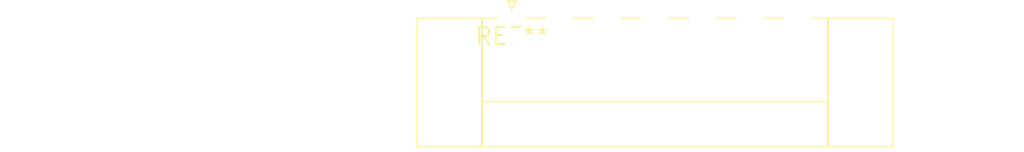
<source format=kicad_pcb>
(kicad_pcb (version 20240108) (generator pcbnew)
  (layers (0 "F.Cu" signal) (31 "B.Cu" signal) (34 "B.Paste" user) (35 "F.Paste" user) (36 "B.SilkS" user "B.Silkscreen") (37 "F.SilkS" user "F.Silkscreen") (38 "B.Mask" user) (39 "F.Mask" user) (44 "Edge.Cuts" user))
  (net 0 "")
  (footprint "PhoenixContact_MC_1,5_7-GF-3.5_1x07_P3.50mm_Horizontal_ThreadedFlange" (layer "F.Cu") (at 0 0)
    (property "Reference" "REF**")
    (property "Value" "PhoenixContact_MC_1,5_7-GF-3.5_1x07_P3.50mm_Horizontal_ThreadedFlange")
    (fp_line (start -7.01 -1.31) (end -7.01 8.11) (layer "F.SilkS") (stroke (width 0.12)))
    (fp_line (start -7.01 -1.31) (end -1.05 -1.31) (layer "F.SilkS") (stroke (width 0.12)))
    (fp_line (start -7.01 8.11) (end 28.01 8.11) (layer "F.SilkS") (stroke (width 0.12)))
    (fp_line (start -2.21 -1.31) (end -2.21 8.11) (layer "F.SilkS") (stroke (width 0.12)))
    (fp_line (start -2.21 4.8) (end 23.21 4.8) (layer "F.SilkS") (stroke (width 0.12)))
    (fp_line (start -0.3 -2.6) (end 0.3 -2.6) (layer "F.SilkS") (stroke (width 0.12)))
    (fp_line (start 0 -2) (end -0.3 -2.6) (layer "F.SilkS") (stroke (width 0.12)))
    (fp_line (start 0.3 -2.6) (end 0 -2) (layer "F.SilkS") (stroke (width 0.12)))
    (fp_line (start 1.05 -1.31) (end 2.45 -1.31) (layer "F.SilkS") (stroke (width 0.12)))
    (fp_line (start 4.55 -1.31) (end 5.95 -1.31) (layer "F.SilkS") (stroke (width 0.12)))
    (fp_line (start 8.05 -1.31) (end 9.45 -1.31) (layer "F.SilkS") (stroke (width 0.12)))
    (fp_line (start 11.55 -1.31) (end 12.95 -1.31) (layer "F.SilkS") (stroke (width 0.12)))
    (fp_line (start 15.05 -1.31) (end 16.45 -1.31) (layer "F.SilkS") (stroke (width 0.12)))
    (fp_line (start 18.55 -1.31) (end 19.95 -1.31) (layer "F.SilkS") (stroke (width 0.12)))
    (fp_line (start 23.21 -1.31) (end 23.21 8.11) (layer "F.SilkS") (stroke (width 0.12)))
    (fp_line (start 28.01 -1.31) (end 22.05 -1.31) (layer "F.SilkS") (stroke (width 0.12)))
    (fp_line (start 28.01 8.11) (end 28.01 -1.31) (layer "F.SilkS") (stroke (width 0.12)))
    (pad "1" thru_hole roundrect (at 0 0) (size 1.8 3.6) (drill 1.2) (layers *.Cu *.Mask) (remove_unused_layers) (roundrect_rratio 0.138889))
    (pad "2" thru_hole oval (at 3.5 0) (size 1.8 3.6) (drill 1.2) (layers *.Cu *.Mask) (remove_unused_layers))
    (pad "3" thru_hole oval (at 7 0) (size 1.8 3.6) (drill 1.2) (layers *.Cu *.Mask) (remove_unused_layers))
    (pad "4" thru_hole oval (at 10.5 0) (size 1.8 3.6) (drill 1.2) (layers *.Cu *.Mask) (remove_unused_layers))
    (pad "5" thru_hole oval (at 14 0) (size 1.8 3.6) (drill 1.2) (layers *.Cu *.Mask) (remove_unused_layers))
    (pad "6" thru_hole oval (at 17.5 0) (size 1.8 3.6) (drill 1.2) (layers *.Cu *.Mask) (remove_unused_layers))
    (pad "7" thru_hole oval (at 21 0) (size 1.8 3.6) (drill 1.2) (layers *.Cu *.Mask) (remove_unused_layers))
  )
)
</source>
